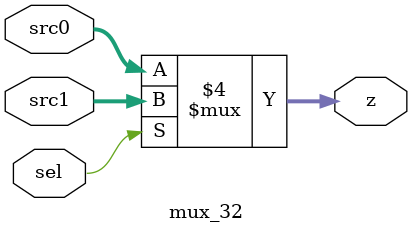
<source format=v>
module mux_32 (sel, src0, src1, z);
  
  input sel; // MODIFIED BY CAM
  input [31:0] src0;
  input [31:0] src1;
  output reg [31:0] z;
  

  always @(sel or src0 or src1)
      begin
        if (sel == 1'b0) z <= src0;
        else z <= src1;
      end
   
endmodule
</source>
